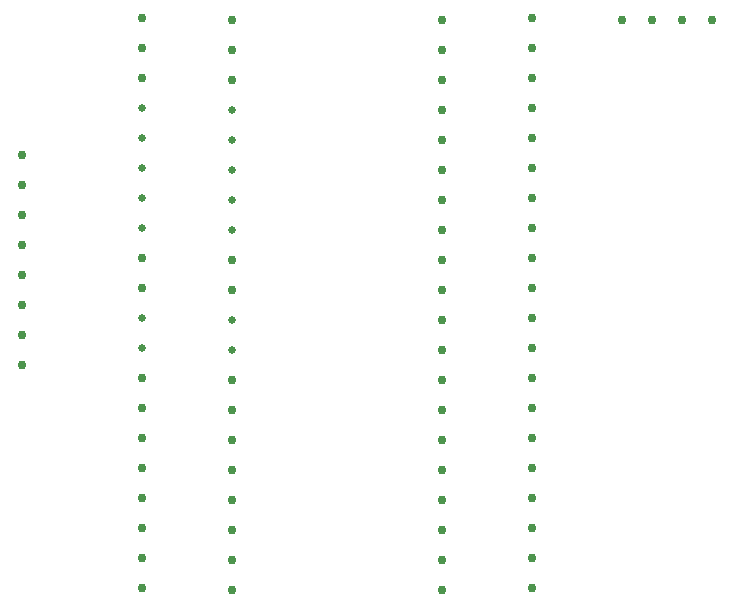
<source format=gbr>
G04 DesignSpark PCB Gerber Version 11.0 Build 5877*
G04 #@! TF.Part,Single*
G04 #@! TF.FilePolarity,Positive*
%FSLAX35Y35*%
%MOIN*%
G04 #@! TA.AperFunction,MechanicalDrill*
%ADD20C,0.02500*%
%ADD71C,0.03000*%
G04 #@! TD.AperFunction*
X0Y0D02*
D02*
D71*
X35250Y105250D03*
Y115250D03*
Y125250D03*
Y135250D03*
Y145250D03*
Y155250D03*
Y165250D03*
Y175250D03*
X75250Y30750D03*
Y40750D03*
Y50750D03*
Y60750D03*
Y70750D03*
Y80750D03*
Y90750D03*
Y100750D03*
Y130750D03*
Y140750D03*
Y200750D03*
Y210750D03*
Y220750D03*
X105250Y30250D03*
Y40250D03*
Y50250D03*
Y60250D03*
Y70250D03*
Y80250D03*
Y90250D03*
Y100250D03*
Y130250D03*
Y140250D03*
Y200250D03*
Y210250D03*
Y220250D03*
X175250Y30250D03*
Y40250D03*
Y50250D03*
Y60250D03*
Y70250D03*
Y80250D03*
Y90250D03*
Y100250D03*
Y110250D03*
Y120250D03*
Y130250D03*
Y140250D03*
Y150250D03*
Y160250D03*
Y170250D03*
Y180250D03*
Y190250D03*
Y200250D03*
Y210250D03*
Y220250D03*
X205250Y30750D03*
Y40750D03*
Y50750D03*
Y60750D03*
Y70750D03*
Y80750D03*
Y90750D03*
Y100750D03*
Y110750D03*
Y120750D03*
Y130750D03*
Y140750D03*
Y150750D03*
Y160750D03*
Y170750D03*
Y180750D03*
Y190750D03*
Y200750D03*
Y210750D03*
Y220750D03*
X235250Y220250D03*
X245250D03*
X255250D03*
X265250D03*
D02*
D20*
X75250Y110750D03*
Y120750D03*
Y150750D03*
Y160750D03*
Y170750D03*
Y180750D03*
Y190750D03*
X105250Y110250D03*
Y120250D03*
Y150250D03*
Y160250D03*
Y170250D03*
Y180250D03*
Y190250D03*
X0Y0D02*
M02*

</source>
